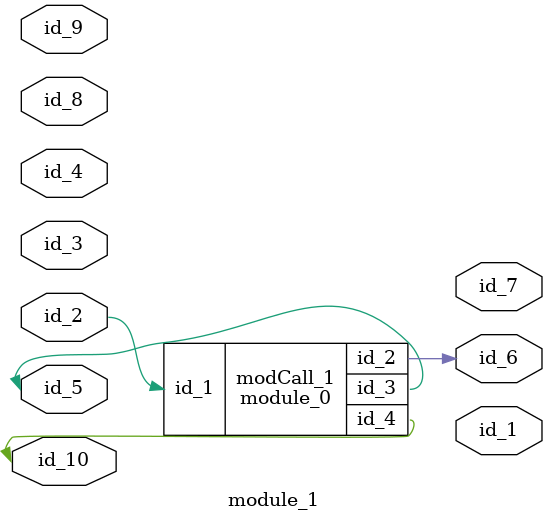
<source format=v>
module module_0 (
    id_1,
    id_2,
    id_3,
    id_4
);
  inout wire id_4;
  output wire id_3;
  output wire id_2;
  input wire id_1;
  wire id_5;
  wire id_6, id_7;
endmodule
module module_1 (
    id_1,
    id_2,
    id_3,
    id_4,
    id_5,
    id_6,
    id_7,
    id_8,
    id_9,
    id_10
);
  inout wire id_10;
  input wire id_9;
  input wire id_8;
  output wire id_7;
  output wire id_6;
  inout wire id_5;
  input wire id_4;
  input wire id_3;
  inout wire id_2;
  output wire id_1;
  module_0 modCall_1 (
      id_2,
      id_6,
      id_5,
      id_10
  );
endmodule

</source>
